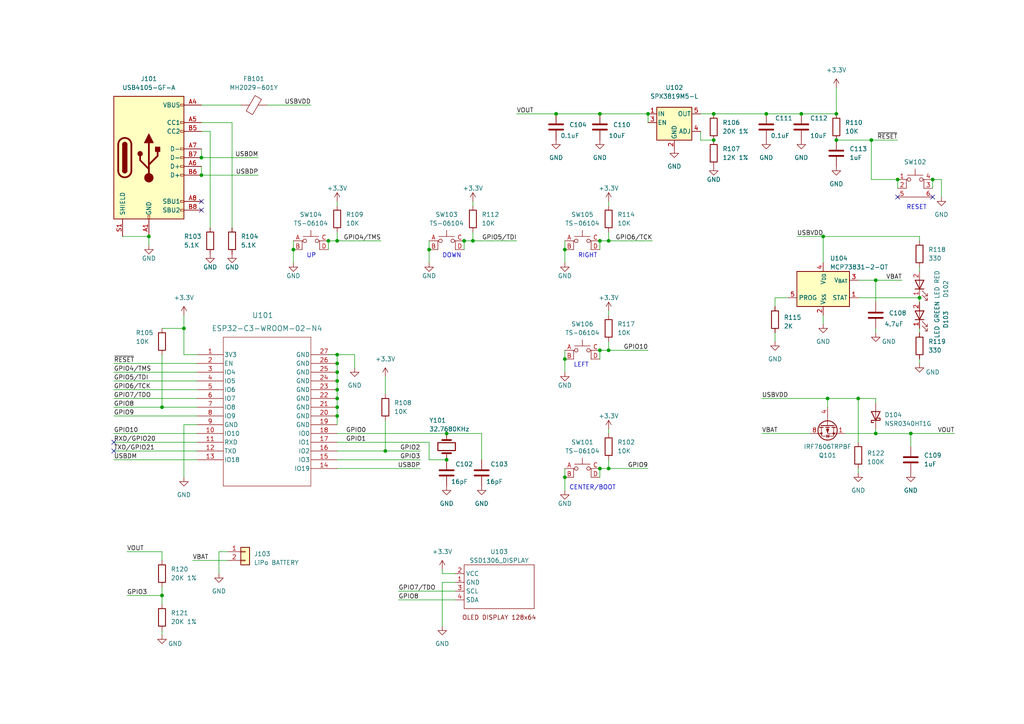
<source format=kicad_sch>
(kicad_sch (version 20230121) (generator eeschema)
  (paper "A4")
  (title_block (title "WAKEPCBOX") (date "2023-12-31") (rev "Rev1") (company "HNZ") (comment 1 "Licensed under CC-BY-SA V4.0") (comment 2 "(C) 2023 Hiroshi Nakajima <hnakamiru1103@gmail.com>"))
  (lib_symbols
    (symbol "Battery_Management:MCP73831-2-OT"
      (property "Reference" "U" (at -7.62 6.35 0))
      (property "Value" "MCP73831-2-OT" (at 1.27 6.35 0))
      (symbol "MCP73831-2-OT_0_1"
        (rectangle (start -7.62 5.08) (end 7.62 -5.08) (stroke (width 0.254)) (fill (type background)))
      )
      (symbol "MCP73831-2-OT_1_1"
        (pin output line (at 10.16 -2.54 180) (length 2.54) (name "STAT") (number "1"))
        (pin power_in line (at 0 -7.62 90) (length 2.54) (name "V_{SS}") (number "2"))
        (pin power_out line (at 10.16 2.54 180) (length 2.54) (name "V_{BAT}") (number "3"))
        (pin power_in line (at 0 7.62 270) (length 2.54) (name "V_{DD}") (number "4"))
        (pin input line (at -10.16 -2.54 0) (length 2.54) (name "PROG") (number "5"))
      )
    )
    (symbol "Connector_Generic:Conn_01x02" (pin_names (offset 1.016) hide)
      (property "Reference" "J" (at 0 2.54 0))
      (property "Value" "Conn_01x02" (at 0 -5.08 0))
      (symbol "Conn_01x02_1_1"
        (rectangle (start -1.27 -2.413) (end 0 -2.667) (stroke (width 0.1524)))
        (rectangle (start -1.27 0.127) (end 0 -0.127) (stroke (width 0.1524)))
        (rectangle (start -1.27 1.27) (end 1.27 -3.81) (stroke (width 0.254)) (fill (type background)))
        (pin passive line (at -5.08 0 0) (length 3.81) (name "Pin_1") (number "1"))
        (pin passive line (at -5.08 -2.54 0) (length 3.81) (name "Pin_2") (number "2"))
      )
    )
    (symbol "Device:C" (pin_numbers hide) (pin_names (offset 0.254))
      (property "Reference" "C" (at 0.635 2.54 0))
      (property "Value" "C" (at 0.635 -2.54 0))
      (symbol "C_0_1"
        (polyline (pts (xy -2.032 -0.762) (xy 2.032 -0.762)) (stroke (width 0.508)))
        (polyline (pts (xy -2.032 0.762) (xy 2.032 0.762)) (stroke (width 0.508)))
      )
      (symbol "C_1_1"
        (pin passive line (at 0 3.81 270) (length 2.794) (name "~") (number "1"))
        (pin passive line (at 0 -3.81 90) (length 2.794) (name "~") (number "2"))
      )
    )
    (symbol "Device:FerriteBead" (pin_numbers hide) (pin_names (offset 0))
      (property "Reference" "FB" (at -3.81 0.635 90))
      (property "Value" "FerriteBead" (at 3.81 0 90))
      (symbol "FerriteBead_0_1"
        (polyline (pts (xy 0 -1.27) (xy 0 -1.2192)))
        (polyline (pts (xy 0 1.27) (xy 0 1.2954)))
        (polyline (pts (xy -2.7686 0.4064) (xy -1.7018 2.2606) (xy 2.7686 -0.3048) (xy 1.6764 -2.159) (xy -2.7686 0.4064)))
      )
      (symbol "FerriteBead_1_1"
        (pin passive line (at 0 3.81 270) (length 2.54) (name "~") (number "1"))
        (pin passive line (at 0 -3.81 90) (length 2.54) (name "~") (number "2"))
      )
    )
    (symbol "Device:LED" (pin_names (offset 1.016) hide)
      (property "Reference" "D" (at 0 2.54 0))
      (property "Value" "LED" (at 0 -2.54 0))
      (symbol "LED_0_1"
        (polyline (pts (xy -1.27 -1.27) (xy -1.27 1.27)) (stroke (width 0.254)))
        (polyline (pts (xy -1.27 0) (xy 1.27 0)))
        (polyline (pts (xy 1.27 -1.27) (xy 1.27 1.27) (xy -1.27 0) (xy 1.27 -1.27)) (stroke (width 0.254)))
        (polyline (pts (xy -3.048 -0.762) (xy -4.572 -2.286) (xy -3.81 -2.286) (xy -4.572 -2.286) (xy -4.572 -1.524)))
        (polyline (pts (xy -1.778 -0.762) (xy -3.302 -2.286) (xy -2.54 -2.286) (xy -3.302 -2.286) (xy -3.302 -1.524)))
      )
      (symbol "LED_1_1"
        (pin passive line (at -3.81 0 0) (length 2.54) (name "K") (number "1"))
        (pin passive line (at 3.81 0 180) (length 2.54) (name "A") (number "2"))
      )
    )
    (symbol "Device:R" (pin_numbers hide) (pin_names (offset 0))
      (property "Reference" "R" (at 2.032 0 90))
      (property "Value" "R" (at 0 0 90))
      (symbol "R_0_1"
        (rectangle (start -1.016 -2.54) (end 1.016 2.54) (stroke (width 0.254)))
      )
      (symbol "R_1_1"
        (pin passive line (at 0 3.81 270) (length 1.27) (name "~") (number "1"))
        (pin passive line (at 0 -3.81 90) (length 1.27) (name "~") (number "2"))
      )
    )
    (symbol "Diode:NSR0340HT1G" (pin_numbers hide) (pin_names (offset 1.016) hide)
      (property "Reference" "D" (at 0 2.54 0))
      (property "Value" "NSR0340HT1G" (at 0 -2.54 0))
      (symbol "NSR0340HT1G_0_1"
        (polyline (pts (xy 1.27 0) (xy -1.27 0)))
        (polyline (pts (xy 1.27 1.27) (xy 1.27 -1.27) (xy -1.27 0) (xy 1.27 1.27)) (stroke (width 0.254)))
        (polyline (pts (xy -1.905 0.635) (xy -1.905 1.27) (xy -1.27 1.27) (xy -1.27 -1.27) (xy -0.635 -1.27) (xy -0.635 -0.635)) (stroke (width 0.254)))
      )
      (symbol "NSR0340HT1G_1_1"
        (pin passive line (at -3.81 0 0) (length 2.54) (name "K") (number "1"))
        (pin passive line (at 3.81 0 180) (length 2.54) (name "A") (number "2"))
      )
    )
    (symbol "Regulator_Linear:SPX3819M5-L" (pin_names (offset 0.254))
      (property "Reference" "U" (at -3.81 5.715 0))
      (property "Value" "SPX3819M5-L" (at 0 5.715 0))
      (symbol "SPX3819M5-L_0_1"
        (rectangle (start -5.08 4.445) (end 5.08 -5.08) (stroke (width 0.254)) (fill (type background)))
      )
      (symbol "SPX3819M5-L_1_1"
        (pin power_in line (at -7.62 2.54 0) (length 2.54) (name "IN") (number "1"))
        (pin power_in line (at 0 -7.62 90) (length 2.54) (name "GND") (number "2"))
        (pin input line (at -7.62 0 0) (length 2.54) (name "EN") (number "3"))
        (pin input line (at 7.62 -2.54 180) (length 2.54) (name "ADJ") (number "4"))
        (pin power_out line (at 7.62 2.54 180) (length 2.54) (name "OUT") (number "5"))
      )
    )
    (symbol "power:+3.3V" (power) (pin_names (offset 0))
      (property "Value" "+3.3V" (at 0 3.556 0))
      (symbol "+3.3V_0_1"
        (polyline (pts (xy -0.762 1.27) (xy 0 2.54)))
        (polyline (pts (xy 0 0) (xy 0 2.54)))
        (polyline (pts (xy 0 2.54) (xy 0.762 1.27)))
      )
      (symbol "+3.3V_1_1"
        (pin power_in line (at 0 0 90) (length 0) hide (name "+3.3V") (number "1"))
      )
    )
    (symbol "power:GND" (power) (pin_numbers hide) (pin_names (offset 0) hide)
      (property "Value" "GND" (at 0 -3.81 0))
      (symbol "GND_0_1"
        (polyline (pts (xy 0 0) (xy 0 -1.27) (xy 1.27 -1.27) (xy 0 -2.54) (xy -1.27 -1.27) (xy 0 -1.27)))
      )
      (symbol "GND_1_1"
        (pin power_in line (at 0 0 270) (length 0) hide (name "GND") (number "1"))
      )
    )
    (symbol "tbctl:0R" (pin_numbers hide) (pin_names (offset 0))
      (property "Reference" "R" (at 2.032 0 90))
      (property "Value" "0R" (at 0 0 90))
      (symbol "0R_0_1"
        (rectangle (start -1.016 -2.54) (end 1.016 2.54) (stroke (width 0.254)))
      )
      (symbol "0R_1_1"
        (pin passive line (at 0 3.81 270) (length 1.27) (name "~") (number "1"))
        (pin passive line (at 0 -3.81 90) (length 1.27) (name "~") (number "2"))
      )
    )
    (symbol "tbctl:3.5x2.6 Tact SW" (pin_names (offset 1.016) hide)
      (property "Reference" "SW" (at 0.635 5.715 0))
      (symbol "3.5x2.6 Tact SW_0_1"
        (circle (center -1.778 2.54) (radius 0.508))
        (polyline (pts (xy -2.54 -2.54) (xy 2.54 -2.54)))
        (polyline (pts (xy -2.286 3.81) (xy 2.286 3.81)))
        (polyline (pts (xy 0 3.81) (xy 0 5.588)))
        (polyline (pts (xy -2.54 0) (xy -2.54 2.54) (xy -2.286 2.54)))
        (polyline (pts (xy 2.54 0) (xy 2.54 2.54) (xy 2.286 2.54)))
        (circle (center 1.778 2.54) (radius 0.508))
        (pin passive line (at -5.08 2.54 0) (length 2.54) (name "1") (number "1"))
        (pin passive line (at -5.08 0 0) (length 2.54) (name "2") (number "2"))
        (pin passive line (at 5.08 0 180) (length 2.54) (name "K") (number "3"))
        (pin passive line (at 5.08 2.54 180) (length 2.54) (name "A") (number "4"))
        (pin passive line (at -5.08 -2.54 0) (length 2.54) (name "5") (number "5"))
        (pin passive line (at 5.08 -2.54 180) (length 2.54) (name "6") (number "6"))
      )
    )
    (symbol "tbctl:32.7680KHz" (pin_numbers hide) (pin_names (offset 1.016) hide)
      (property "Reference" "Y" (at 0 3.81 0))
      (property "Value" "32.7680KHz" (at 0 -3.81 0))
      (property "digikey" "2151-RT3215-32.768-12.5-TRCT-ND" (at 0 0 0))
      (symbol "32.7680KHz_0_1"
        (rectangle (start -1.143 2.54) (end 1.143 -2.54) (stroke (width 0.3048)))
        (polyline (pts (xy -2.54 0) (xy -1.905 0)))
        (polyline (pts (xy -1.905 -1.27) (xy -1.905 1.27)) (stroke (width 0.508)))
        (polyline (pts (xy 1.905 -1.27) (xy 1.905 1.27)) (stroke (width 0.508)))
        (polyline (pts (xy 2.54 0) (xy 1.905 0)))
      )
      (symbol "32.7680KHz_1_1"
        (pin passive line (at -3.81 0 0) (length 1.27) (name "1") (number "1"))
        (pin passive line (at 3.81 0 180) (length 1.27) (name "2") (number "2"))
      )
    )
    (symbol "tbctl:ESP32-C3-WROOM-02-N4" (pin_names (offset 0.254))
      (property "Reference" "U" (at 20.32 10.16 0))
      (property "Value" "ESP32-C3-WROOM-02-N4" (at 20.32 7.62 0))
      (symbol "ESP32-C3-WROOM-02-N4_0_1"
        (polyline (pts (xy 7.62 -38.1) (xy 33.02 -38.1)) (stroke (width 0.127)))
        (polyline (pts (xy 7.62 5.08) (xy 7.62 -38.1)) (stroke (width 0.127)))
        (polyline (pts (xy 33.02 -38.1) (xy 33.02 5.08)) (stroke (width 0.127)))
        (polyline (pts (xy 33.02 5.08) (xy 7.62 5.08)) (stroke (width 0.127)))
        (pin power_in line (at 0 0 0) (length 7.62) (name "3V3") (number "1"))
        (pin bidirectional line (at 0 -22.86 0) (length 7.62) (name "IO10") (number "10"))
        (pin passive line (at 0 -25.4 0) (length 7.62) (name "RXD") (number "11"))
        (pin passive line (at 0 -27.94 0) (length 7.62) (name "TXD") (number "12"))
        (pin bidirectional line (at 0 -30.48 0) (length 7.62) (name "IO18") (number "13"))
        (pin bidirectional line (at 40.64 -33.02 180) (length 7.62) (name "IO19") (number "14"))
        (pin bidirectional line (at 40.64 -30.48 180) (length 7.62) (name "IO3") (number "15"))
        (pin bidirectional line (at 40.64 -27.94 180) (length 7.62) (name "IO2") (number "16"))
        (pin bidirectional line (at 40.64 -25.4 180) (length 7.62) (name "IO1") (number "17"))
        (pin bidirectional line (at 40.64 -22.86 180) (length 7.62) (name "IO0") (number "18"))
        (pin power_in line (at 40.64 -20.32 180) (length 7.62) (name "GND") (number "19"))
        (pin passive line (at 0 -2.54 0) (length 7.62) (name "EN") (number "2"))
        (pin power_in line (at 40.64 -17.78 180) (length 7.62) (name "GND") (number "20"))
        (pin power_in line (at 40.64 -15.24 180) (length 7.62) (name "GND") (number "21"))
        (pin power_in line (at 40.64 -12.7 180) (length 7.62) (name "GND") (number "22"))
        (pin power_in line (at 40.64 -10.16 180) (length 7.62) (name "GND") (number "23"))
        (pin power_in line (at 40.64 -7.62 180) (length 7.62) (name "GND") (number "24"))
        (pin power_in line (at 40.64 -5.08 180) (length 7.62) (name "GND") (number "25"))
        (pin power_in line (at 40.64 -2.54 180) (length 7.62) (name "GND") (number "26"))
        (pin power_in line (at 40.64 0 180) (length 7.62) (name "GND") (number "27"))
        (pin bidirectional line (at 0 -5.08 0) (length 7.62) (name "IO4") (number "3"))
        (pin bidirectional line (at 0 -7.62 0) (length 7.62) (name "IO5") (number "4"))
        (pin bidirectional line (at 0 -10.16 0) (length 7.62) (name "IO6") (number "5"))
        (pin bidirectional line (at 0 -12.7 0) (length 7.62) (name "IO7") (number "6"))
        (pin bidirectional line (at 0 -15.24 0) (length 7.62) (name "IO8") (number "7"))
        (pin bidirectional line (at 0 -17.78 0) (length 7.62) (name "IO9") (number "8"))
        (pin power_in line (at 0 -20.32 0) (length 7.62) (name "GND") (number "9"))
      )
    )
    (symbol "tbctl:IRF7606PBF" (pin_names hide)
      (property "Reference" "Q" (at 5.08 1.905 0))
      (property "Value" "IRF7606PBF" (at 5.08 0 0))
      (symbol "IRF7606PBF_0_1"
        (polyline (pts (xy 0.254 0) (xy -2.54 0)))
        (polyline (pts (xy 0.254 1.905) (xy 0.254 -1.905)) (stroke (width 0.254)))
        (polyline (pts (xy 0.762 -1.27) (xy 0.762 -2.286)) (stroke (width 0.254)))
        (polyline (pts (xy 0.762 0.508) (xy 0.762 -0.508)) (stroke (width 0.254)))
        (polyline (pts (xy 0.762 2.286) (xy 0.762 1.27)) (stroke (width 0.254)))
        (polyline (pts (xy 2.54 2.54) (xy 2.54 1.778)))
        (polyline (pts (xy 2.54 -2.54) (xy 2.54 0) (xy 0.762 0)))
        (polyline (pts (xy 0.762 1.778) (xy 3.302 1.778) (xy 3.302 -1.778) (xy 0.762 -1.778)))
        (polyline (pts (xy 2.286 0) (xy 1.27 0.381) (xy 1.27 -0.381) (xy 2.286 0)) (fill (type outline)))
        (polyline (pts (xy 2.794 -0.508) (xy 2.921 -0.381) (xy 3.683 -0.381) (xy 3.81 -0.254)))
        (polyline (pts (xy 3.302 -0.381) (xy 2.921 0.254) (xy 3.683 0.254) (xy 3.302 -0.381)))
        (circle (center 1.651 0) (radius 2.794) (stroke (width 0.254)))
        (circle (center 2.54 -1.778) (radius 0.254) (fill (type outline)))
        (circle (center 2.54 1.778) (radius 0.254) (fill (type outline)))
      )
      (symbol "IRF7606PBF_1_1"
        (pin passive line (at 2.54 -5.08 90) (length 2.54) (name "S") (number "1"))
        (pin passive line (at 2.54 -5.08 90) (length 2.54) hide (name "S") (number "2"))
        (pin passive line (at 2.54 -5.08 90) (length 2.54) hide (name "S") (number "3"))
        (pin passive line (at -5.08 0 0) (length 2.54) (name "G") (number "4"))
        (pin passive line (at 2.54 5.08 270) (length 2.54) hide (name "D") (number "5"))
        (pin passive line (at 2.54 5.08 270) (length 2.54) hide (name "D") (number "6"))
        (pin passive line (at 2.54 5.08 270) (length 2.54) hide (name "D") (number "7"))
        (pin passive line (at 2.54 5.08 270) (length 2.54) (name "D") (number "8"))
      )
    )
    (symbol "tbctl:SSD1306_DISPLAY"
      (property "Reference" "U" (at -3.048 8.636 0))
      (property "Value" "SSD1306_DISPLAY" (at 0 0 0))
      (symbol "SSD1306_DISPLAY_0_1"
        (rectangle (start -10.16 7.62) (end 10.16 -5.08))
      )
      (symbol "SSD1306_DISPLAY_1_1"
        (text "OLED DISPLAY 128x64" (at 0 -7.62 0) (effects (font (size 1.27 1.27))))
        (pin power_in line (at -12.7 2.54 0) (length 2.54) (name "GND") (number "1"))
        (pin power_in line (at -12.7 5.08 0) (length 2.54) (name "VCC") (number "2"))
        (pin passive line (at -12.7 0 0) (length 2.54) (name "SCL") (number "3"))
        (pin passive line (at -12.7 -2.54 0) (length 2.54) (name "SDA") (number "4"))
      )
    )
    (symbol "tbctl:TS-06104" (pin_names (offset 1.016) hide)
      (property "Reference" "SW" (at 0.635 5.715 0))
      (property "Value" "TS-06104" (at 0 -3.175 0))
      (symbol "TS-06104_0_1"
        (circle (center -1.778 2.54) (radius 0.508))
        (polyline (pts (xy -2.286 3.81) (xy 2.286 3.81)))
        (polyline (pts (xy 0 3.81) (xy 0 5.588)))
        (polyline (pts (xy -2.54 0) (xy -2.54 2.54) (xy -2.286 2.54)))
        (polyline (pts (xy 2.54 0) (xy 2.54 2.54) (xy 2.286 2.54)))
        (circle (center 1.778 2.54) (radius 0.508))
        (pin passive line (at -5.08 2.54 0) (length 2.54) (name "A") (number "A"))
        (pin passive line (at -5.08 0 0) (length 2.54) (name "B") (number "B"))
        (pin passive line (at 5.08 2.54 180) (length 2.54) (name "C") (number "C"))
        (pin passive line (at 5.08 0 180) (length 2.54) (name "D") (number "D"))
      )
    )
    (symbol "tbctl:USB_C_Receptacle_USB2.0_5077CR" (pin_names (offset 1.016))
      (property "Reference" "J" (at -10.16 19.05 0))
      (property "Value" "USB_C_Receptacle_USB2.0_5077CR" (at 19.05 19.05 0))
      (symbol "USB_C_Receptacle_USB2.0_5077CR_0_0"
        (rectangle (start -0.254 -17.78) (end 0.254 -16.764))
        (rectangle (start 10.16 -14.986) (end 9.144 -15.494))
        (rectangle (start 10.16 -12.446) (end 9.144 -12.954))
        (rectangle (start 10.16 -4.826) (end 9.144 -5.334))
        (rectangle (start 10.16 -2.286) (end 9.144 -2.794))
        (rectangle (start 10.16 0.254) (end 9.144 -0.254))
        (rectangle (start 10.16 2.794) (end 9.144 2.286))
        (rectangle (start 10.16 7.874) (end 9.144 7.366))
        (rectangle (start 10.16 10.414) (end 9.144 9.906))
        (rectangle (start 10.16 15.494) (end 9.144 14.986))
      )
      (symbol "USB_C_Receptacle_USB2.0_5077CR_0_1"
        (rectangle (start -10.16 17.78) (end 10.16 -17.78) (stroke (width 0.254)) (fill (type background)))
        (arc (start -8.89 -3.81) (mid -6.985 -5.7067) (end -5.08 -3.81) (stroke (width 0.508)))
        (arc (start -7.62 -3.81) (mid -6.985 -4.4423) (end -6.35 -3.81) (stroke (width 0.254)))
        (arc (start -7.62 -3.81) (mid -6.985 -4.4423) (end -6.35 -3.81) (stroke (width 0.254)) (fill (type outline)))
        (rectangle (start -7.62 -3.81) (end -6.35 3.81) (stroke (width 0.254)) (fill (type outline)))
        (arc (start -6.35 3.81) (mid -6.985 4.4423) (end -7.62 3.81) (stroke (width 0.254)))
        (arc (start -6.35 3.81) (mid -6.985 4.4423) (end -7.62 3.81) (stroke (width 0.254)) (fill (type outline)))
        (arc (start -5.08 3.81) (mid -6.985 5.7067) (end -8.89 3.81) (stroke (width 0.508)))
        (circle (center -2.54 1.143) (radius 0.635) (stroke (width 0.254)) (fill (type outline)))
        (circle (center 0 -5.842) (radius 1.27) (fill (type outline)))
        (polyline (pts (xy -8.89 -3.81) (xy -8.89 3.81)) (stroke (width 0.508)))
        (polyline (pts (xy -5.08 3.81) (xy -5.08 -3.81)) (stroke (width 0.508)))
        (polyline (pts (xy 0 -5.842) (xy 0 4.318)) (stroke (width 0.508)))
        (polyline (pts (xy 0 -3.302) (xy -2.54 -0.762) (xy -2.54 0.508)) (stroke (width 0.508)))
        (polyline (pts (xy 0 -2.032) (xy 2.54 0.508) (xy 2.54 1.778)) (stroke (width 0.508)))
        (polyline (pts (xy -1.27 4.318) (xy 0 6.858) (xy 1.27 4.318) (xy -1.27 4.318)) (stroke (width 0.254)) (fill (type outline)))
        (rectangle (start 1.905 1.778) (end 3.175 3.048) (stroke (width 0.254)) (fill (type outline)))
      )
      (symbol "USB_C_Receptacle_USB2.0_5077CR_1_1"
        (pin passive line (at 0 -22.86 90) (length 5.08) (name "GND") (number "A1"))
        (pin passive line (at 0 -22.86 90) (length 5.08) hide (name "GND") (number "A12"))
        (pin passive line (at 15.24 15.24 180) (length 5.08) (name "VBUS") (number "A4"))
        (pin bidirectional line (at 15.24 10.16 180) (length 5.08) (name "CC1") (number "A5"))
        (pin bidirectional line (at 15.24 -2.54 180) (length 5.08) (name "D+") (number "A6"))
        (pin bidirectional line (at 15.24 2.54 180) (length 5.08) (name "D-") (number "A7"))
        (pin bidirectional line (at 15.24 -12.7 180) (length 5.08) (name "SBU1") (number "A8"))
        (pin passive line (at 15.24 15.24 180) (length 5.08) hide (name "VBUS") (number "A9"))
        (pin passive line (at 0 -22.86 90) (length 5.08) hide (name "GND") (number "B1"))
        (pin passive line (at 0 -22.86 90) (length 5.08) hide (name "GND") (number "B12"))
        (pin passive line (at 15.24 15.24 180) (length 5.08) hide (name "VBUS") (number "B4"))
        (pin bidirectional line (at 15.24 7.62 180) (length 5.08) (name "CC2") (number "B5"))
        (pin bidirectional line (at 15.24 -5.08 180) (length 5.08) (name "D+") (number "B6"))
        (pin bidirectional line (at 15.24 0 180) (length 5.08) (name "D-") (number "B7"))
        (pin bidirectional line (at 15.24 -15.24 180) (length 5.08) (name "SBU2") (number "B8"))
        (pin passive line (at 15.24 15.24 180) (length 5.08) hide (name "VBUS") (number "B9"))
        (pin passive line (at -7.62 -22.86 90) (length 5.08) (name "SHIELD") (number "S1"))
      )
    )
  )
  (junction (at 260.35 52.07))
  (junction (at 242.57 33.02))
  (junction (at 129.54 133.35))
  (junction (at 97.79 120.65))
  (junction (at 111.76 130.81))
  (junction (at 207.01 33.02))
  (junction (at 161.29 33.02))
  (junction (at 97.79 110.49))
  (junction (at 238.76 68.58))
  (junction (at 222.25 33.02))
  (junction (at 173.99 101.6))
  (junction (at 46.99 118.11))
  (junction (at 124.46 72.39))
  (junction (at 58.42 50.8))
  (junction (at 254 81.28))
  (junction (at 242.57 40.64))
  (junction (at 163.83 104.14))
  (junction (at 173.99 69.85))
  (junction (at 254 125.73))
  (junction (at 187.96 33.02))
  (junction (at 137.16 69.85))
  (junction (at 97.79 113.03))
  (junction (at 163.83 138.43))
  (junction (at 176.53 135.89))
  (junction (at 134.62 69.85))
  (junction (at 266.7 86.36))
  (junction (at 176.53 69.85))
  (junction (at 240.03 115.57))
  (junction (at 270.51 52.07))
  (junction (at 97.79 115.57))
  (junction (at 176.53 101.6))
  (junction (at 97.79 118.11))
  (junction (at 173.99 33.02))
  (junction (at 232.41 33.02))
  (junction (at 129.54 125.73))
  (junction (at 95.25 69.85))
  (junction (at 85.09 72.39))
  (junction (at 97.79 69.85))
  (junction (at 163.83 72.39))
  (junction (at 53.34 95.25))
  (junction (at 248.92 115.57))
  (junction (at 207.01 40.64))
  (junction (at 97.79 102.87))
  (junction (at 97.79 107.95))
  (junction (at 58.42 45.72))
  (junction (at 252.73 40.64))
  (junction (at 46.99 172.72))
  (junction (at 173.99 135.89))
  (junction (at 97.79 105.41))
  (junction (at 43.18 68.58))
  (junction (at 264.16 125.73))
  (no_connect (at 33.02 128.27))
  (no_connect (at 260.35 57.15))
  (no_connect (at 270.51 57.15))
  (no_connect (at 33.02 130.81))
  (no_connect (at 58.42 60.96))
  (no_connect (at 58.42 58.42))
  (wire (pts (xy 36.83 172.72) (xy 46.99 172.72)))
  (wire (pts (xy 33.02 125.73) (xy 57.15 125.73)))
  (wire (pts (xy 66.04 160.02) (xy 63.5 160.02)))
  (wire (pts (xy 46.99 102.87) (xy 46.99 118.11)))
  (wire (pts (xy 46.99 172.72) (xy 46.99 175.26)))
  (wire (pts (xy 176.53 69.85) (xy 189.23 69.85)))
  (wire (pts (xy 176.53 133.35) (xy 176.53 135.89)))
  (wire (pts (xy 128.27 168.91) (xy 128.27 181.61)))
  (wire (pts (xy 149.86 33.02) (xy 161.29 33.02)))
  (wire (pts (xy 33.02 115.57) (xy 57.15 115.57)))
  (wire (pts (xy 97.79 135.89) (xy 121.92 135.89)))
  (wire (pts (xy 231.14 68.58) (xy 238.76 68.58)))
  (wire (pts (xy 238.76 68.58) (xy 266.7 68.58)))
  (wire (pts (xy 58.42 38.1) (xy 60.96 38.1)))
  (wire (pts (xy 46.99 170.18) (xy 46.99 172.72)))
  (wire (pts (xy 97.79 107.95) (xy 97.79 110.49)))
  (wire (pts (xy 57.15 123.19) (xy 53.34 123.19)))
  (wire (pts (xy 97.79 125.73) (xy 129.54 125.73)))
  (wire (pts (xy 55.88 162.56) (xy 66.04 162.56)))
  (wire (pts (xy 111.76 130.81) (xy 121.92 130.81)))
  (wire (pts (xy 222.25 33.02) (xy 232.41 33.02)))
  (wire (pts (xy 224.79 96.52) (xy 224.79 99.06)))
  (wire (pts (xy 173.99 69.85) (xy 176.53 69.85)))
  (wire (pts (xy 264.16 125.73) (xy 276.86 125.73)))
  (wire (pts (xy 33.02 113.03) (xy 57.15 113.03)))
  (wire (pts (xy 163.83 101.6) (xy 163.83 104.14)))
  (wire (pts (xy 33.02 133.35) (xy 57.15 133.35)))
  (wire (pts (xy 176.53 58.42) (xy 176.53 59.69)))
  (wire (pts (xy 97.79 133.35) (xy 121.92 133.35)))
  (wire (pts (xy 176.53 90.17) (xy 176.53 91.44)))
  (wire (pts (xy 264.16 125.73) (xy 264.16 129.54)))
  (wire (pts (xy 33.02 110.49) (xy 57.15 110.49)))
  (wire (pts (xy 260.35 52.07) (xy 260.35 54.61)))
  (wire (pts (xy 33.02 105.41) (xy 57.15 105.41)))
  (wire (pts (xy 270.51 52.07) (xy 270.51 54.61)))
  (wire (pts (xy 254 116.84) (xy 254 115.57)))
  (wire (pts (xy 67.31 35.56) (xy 67.31 66.04)))
  (wire (pts (xy 176.53 124.46) (xy 176.53 125.73)))
  (wire (pts (xy 128.27 165.1) (xy 128.27 166.37)))
  (wire (pts (xy 33.02 120.65) (xy 57.15 120.65)))
  (wire (pts (xy 248.92 115.57) (xy 248.92 128.27)))
  (wire (pts (xy 128.27 166.37) (xy 132.08 166.37)))
  (wire (pts (xy 173.99 135.89) (xy 173.99 138.43)))
  (wire (pts (xy 248.92 81.28) (xy 254 81.28)))
  (wire (pts (xy 95.25 69.85) (xy 97.79 69.85)))
  (wire (pts (xy 273.05 57.15) (xy 273.05 52.07)))
  (wire (pts (xy 53.34 123.19) (xy 53.34 138.43)))
  (wire (pts (xy 97.79 130.81) (xy 111.76 130.81)))
  (wire (pts (xy 254 81.28) (xy 254 87.63)))
  (wire (pts (xy 266.7 104.14) (xy 266.7 105.41)))
  (wire (pts (xy 97.79 67.31) (xy 97.79 69.85)))
  (wire (pts (xy 134.62 69.85) (xy 137.16 69.85)))
  (wire (pts (xy 176.53 99.06) (xy 176.53 101.6)))
  (wire (pts (xy 97.79 120.65) (xy 97.79 123.19)))
  (wire (pts (xy 242.57 25.4) (xy 242.57 33.02)))
  (wire (pts (xy 85.09 72.39) (xy 85.09 76.2)))
  (wire (pts (xy 46.99 118.11) (xy 57.15 118.11)))
  (wire (pts (xy 173.99 33.02) (xy 187.96 33.02)))
  (wire (pts (xy 248.92 115.57) (xy 240.03 115.57)))
  (wire (pts (xy 85.09 69.85) (xy 85.09 72.39)))
  (wire (pts (xy 124.46 133.35) (xy 129.54 133.35)))
  (wire (pts (xy 207.01 33.02) (xy 222.25 33.02)))
  (wire (pts (xy 238.76 68.58) (xy 238.76 76.2)))
  (wire (pts (xy 111.76 109.22) (xy 111.76 114.3)))
  (wire (pts (xy 57.15 102.87) (xy 53.34 102.87)))
  (wire (pts (xy 46.99 182.88) (xy 46.99 184.15)))
  (wire (pts (xy 238.76 91.44) (xy 238.76 93.98)))
  (wire (pts (xy 176.53 135.89) (xy 187.96 135.89)))
  (wire (pts (xy 111.76 121.92) (xy 111.76 130.81)))
  (wire (pts (xy 58.42 30.48) (xy 69.85 30.48)))
  (wire (pts (xy 228.6 86.36) (xy 224.79 86.36)))
  (wire (pts (xy 242.57 40.64) (xy 252.73 40.64)))
  (wire (pts (xy 173.99 69.85) (xy 173.99 72.39)))
  (wire (pts (xy 46.99 95.25) (xy 53.34 95.25)))
  (wire (pts (xy 240.03 118.11) (xy 240.03 115.57)))
  (wire (pts (xy 137.16 67.31) (xy 137.16 69.85)))
  (wire (pts (xy 97.79 105.41) (xy 97.79 107.95)))
  (wire (pts (xy 77.47 30.48) (xy 90.17 30.48)))
  (wire (pts (xy 97.79 102.87) (xy 102.87 102.87)))
  (wire (pts (xy 137.16 58.42) (xy 137.16 59.69)))
  (wire (pts (xy 245.11 125.73) (xy 254 125.73)))
  (wire (pts (xy 163.83 135.89) (xy 163.83 138.43)))
  (wire (pts (xy 137.16 69.85) (xy 149.86 69.85)))
  (wire (pts (xy 266.7 95.25) (xy 266.7 96.52)))
  (wire (pts (xy 252.73 40.64) (xy 252.73 52.07)))
  (wire (pts (xy 163.83 69.85) (xy 163.83 72.39)))
  (wire (pts (xy 139.7 125.73) (xy 139.7 133.35)))
  (wire (pts (xy 264.16 125.73) (xy 254 125.73)))
  (wire (pts (xy 95.25 102.87) (xy 97.79 102.87)))
  (wire (pts (xy 33.02 130.81) (xy 57.15 130.81)))
  (wire (pts (xy 97.79 128.27) (xy 124.46 128.27)))
  (wire (pts (xy 53.34 91.44) (xy 53.34 95.25)))
  (wire (pts (xy 134.62 69.85) (xy 134.62 72.39)))
  (wire (pts (xy 254 124.46) (xy 254 125.73)))
  (wire (pts (xy 240.03 115.57) (xy 220.98 115.57)))
  (wire (pts (xy 63.5 160.02) (xy 63.5 166.37)))
  (wire (pts (xy 129.54 125.73) (xy 139.7 125.73)))
  (wire (pts (xy 203.2 40.64) (xy 207.01 40.64)))
  (wire (pts (xy 273.05 52.07) (xy 270.51 52.07)))
  (wire (pts (xy 252.73 40.64) (xy 260.35 40.64)))
  (wire (pts (xy 33.02 118.11) (xy 46.99 118.11)))
  (wire (pts (xy 35.56 68.58) (xy 43.18 68.58)))
  (wire (pts (xy 163.83 72.39) (xy 163.83 76.2)))
  (wire (pts (xy 254 95.25) (xy 254 96.52)))
  (wire (pts (xy 97.79 113.03) (xy 97.79 115.57)))
  (wire (pts (xy 58.42 43.18) (xy 58.42 45.72)))
  (wire (pts (xy 203.2 38.1) (xy 203.2 40.64)))
  (wire (pts (xy 163.83 138.43) (xy 163.83 142.24)))
  (wire (pts (xy 248.92 135.89) (xy 248.92 137.16)))
  (wire (pts (xy 161.29 33.02) (xy 173.99 33.02)))
  (wire (pts (xy 58.42 35.56) (xy 67.31 35.56)))
  (wire (pts (xy 33.02 128.27) (xy 57.15 128.27)))
  (wire (pts (xy 248.92 86.36) (xy 266.7 86.36)))
  (wire (pts (xy 43.18 71.12) (xy 43.18 68.58)))
  (wire (pts (xy 97.79 102.87) (xy 97.79 105.41)))
  (wire (pts (xy 266.7 77.47) (xy 266.7 78.74)))
  (wire (pts (xy 132.08 168.91) (xy 128.27 168.91)))
  (wire (pts (xy 115.57 173.99) (xy 132.08 173.99)))
  (wire (pts (xy 124.46 128.27) (xy 124.46 133.35)))
  (wire (pts (xy 102.87 102.87) (xy 102.87 106.68)))
  (wire (pts (xy 176.53 101.6) (xy 187.96 101.6)))
  (wire (pts (xy 252.73 52.07) (xy 260.35 52.07)))
  (wire (pts (xy 36.83 160.02) (xy 46.99 160.02)))
  (wire (pts (xy 97.79 115.57) (xy 97.79 118.11)))
  (wire (pts (xy 97.79 58.42) (xy 97.79 59.69)))
  (wire (pts (xy 97.79 69.85) (xy 110.49 69.85)))
  (wire (pts (xy 266.7 68.58) (xy 266.7 69.85)))
  (wire (pts (xy 60.96 38.1) (xy 60.96 66.04)))
  (wire (pts (xy 176.53 67.31) (xy 176.53 69.85)))
  (wire (pts (xy 173.99 101.6) (xy 173.99 104.14)))
  (wire (pts (xy 97.79 110.49) (xy 97.79 113.03)))
  (wire (pts (xy 58.42 45.72) (xy 74.93 45.72)))
  (wire (pts (xy 248.92 115.57) (xy 254 115.57)))
  (wire (pts (xy 46.99 160.02) (xy 46.99 162.56)))
  (wire (pts (xy 124.46 72.39) (xy 124.46 76.2)))
  (wire (pts (xy 115.57 171.45) (xy 132.08 171.45)))
  (wire (pts (xy 173.99 135.89) (xy 176.53 135.89)))
  (wire (pts (xy 266.7 87.63) (xy 266.7 86.36)))
  (wire (pts (xy 95.25 69.85) (xy 95.25 72.39)))
  (wire (pts (xy 232.41 33.02) (xy 242.57 33.02)))
  (wire (pts (xy 173.99 101.6) (xy 176.53 101.6)))
  (wire (pts (xy 220.98 125.73) (xy 234.95 125.73)))
  (wire (pts (xy 124.46 69.85) (xy 124.46 72.39)))
  (wire (pts (xy 58.42 48.26) (xy 58.42 50.8)))
  (wire (pts (xy 187.96 33.02) (xy 187.96 35.56)))
  (wire (pts (xy 224.79 86.36) (xy 224.79 88.9)))
  (wire (pts (xy 203.2 33.02) (xy 207.01 33.02)))
  (wire (pts (xy 58.42 50.8) (xy 74.93 50.8)))
  (wire (pts (xy 254 81.28) (xy 261.62 81.28)))
  (wire (pts (xy 97.79 118.11) (xy 97.79 120.65)))
  (wire (pts (xy 53.34 95.25) (xy 53.34 102.87)))
  (wire (pts (xy 163.83 104.14) (xy 163.83 107.95)))
  (wire (pts (xy 33.02 107.95) (xy 57.15 107.95)))
  (text "RIGHT" (at 167.64 74.93 0) (effects (font (size 1.27 1.27)) (justify left bottom)))
  (text "UP" (at 88.9 74.93 0) (effects (font (size 1.27 1.27)) (justify left bottom)))
  (text "LEFT" (at 166.37 106.68 0) (effects (font (size 1.27 1.27)) (justify left bottom)))
  (text "RESET" (at 262.89 60.96 0) (effects (font (size 1.27 1.27)) (justify left bottom)))
  (text "CENTER/BOOT" (at 165.1 142.24 0) (effects (font (size 1.27 1.27)) (justify left bottom)))
  (text "DOWN" (at 128.27 74.93 0) (effects (font (size 1.27 1.27)) (justify left bottom)))
  (label "GPIO9" (at 187.96 135.89 180))
  (label "VBAT" (at 55.88 162.56 0))
  (label "GPIO6{slash}TCK" (at 33.02 113.03 0))
  (label "~{RESET}" (at 260.35 40.64 180))
  (label "RXD{slash}GPIO20" (at 33.02 128.27 0))
  (label "GPIO10" (at 187.96 101.6 180))
  (label "VOUT" (at 276.86 125.73 180))
  (label "GPIO4{slash}TMS" (at 33.02 107.95 0))
  (label "VBAT" (at 220.98 125.73 0))
  (label "GPIO8" (at 33.02 118.11 0))
  (label "USBDM" (at 74.93 45.72 180))
  (label "USBVDD" (at 231.14 68.58 0))
  (label "GPIO4{slash}TMS" (at 110.49 69.85 180))
  (label "GPIO7{slash}TDO" (at 33.02 115.57 0))
  (label "VOUT" (at 149.86 33.02 0))
  (label "GPIO7{slash}TDO" (at 115.57 171.45 0))
  (label "USBVDD" (at 90.17 30.48 180))
  (label "VBAT" (at 261.62 81.28 180))
  (label "USBVDD" (at 220.98 115.57 0))
  (label "GPIO1" (at 100.33 128.27 0))
  (label "GPIO3" (at 121.92 133.35 180))
  (label "TXD{slash}GPIO21" (at 33.02 130.81 0))
  (label "GPIO5{slash}TDI" (at 33.02 110.49 0))
  (label "USBDM" (at 33.02 133.35 0))
  (label "GPIO10" (at 33.02 125.73 0))
  (label "GPIO3" (at 36.83 172.72 0))
  (label "GPIO8" (at 115.57 173.99 0))
  (label "USBDP" (at 74.93 50.8 180))
  (label "GPIO5{slash}TDI" (at 149.86 69.85 180))
  (label "GPIO6{slash}TCK" (at 189.23 69.85 180))
  (label "VOUT" (at 36.83 160.02 0))
  (label "GPIO2" (at 121.92 130.81 180))
  (label "GPIO9" (at 33.02 120.65 0))
  (label "GPIO0" (at 100.33 125.73 0))
  (label "~{RESET}" (at 33.02 105.41 0))
  (label "USBDP" (at 121.92 135.89 180))
  (symbol (lib_id "Device:C") (at 129.54 137.16 0) (unit 1)
    (property "Reference" "C102" (at 132.08 134.62 0) (effects (justify left)))
    (property "Value" "16pF" (at 130.81 139.7 0) (effects (justify left)))
    (property "Footprint" "Capacitor_SMD:C_0603_1608Metric_Pad1.08x0.95mm_HandSolder" (effects hide))
  )
  (symbol (lib_id "power:GND") (at 163.83 76.2 0) (unit 1)
    (property "Reference" "#PWR0131" (effects hide))
    (property "Value" "GND" (at 163.83 80.01 0))
  )
  (symbol (lib_id "tbctl:TS-06104") (at 129.54 72.39 0) (unit 1)
    (property "Reference" "SW103" (at 129.54 62.23 0))
    (property "Value" "TS-06104" (at 129.54 64.77 0))
    (property "Footprint" "Library:TS-06104" (effects hide))
    (property "storeURL" "https://akizukidenshi.com/catalog/g/gP-15969/" (effects hide))
    (property "distributor" "https://akizukidenshi.com/catalog/g/g115969/" (effects hide))
  )
  (symbol (lib_id "Device:R") (at 46.99 179.07 0) (unit 1)
    (property "Reference" "R121" (at 49.53 177.8 0) (effects (justify left)))
    (property "Value" "20K 1%" (at 49.53 180.34 0) (effects (justify left)))
    (property "Footprint" "Resistor_SMD:R_0805_2012Metric_Pad1.20x1.40mm_HandSolder" (effects hide))
    (property "distributor" "https://www.digikey.jp/en/products/detail/yageo/RC0603FR-0720KL/727040" (effects hide))
  )
  (symbol (lib_id "power:GND") (at 63.5 166.37 0) (unit 1)
    (property "Reference" "#PWR0136" (effects hide))
    (property "Value" "GND" (at 63.5 171.45 0))
  )
  (symbol (lib_id "Device:R") (at 207.01 36.83 0) (unit 1)
    (property "Reference" "R106" (at 209.55 35.5599 0) (effects (justify left)))
    (property "Value" "20K 1%" (at 209.55 38.0999 0) (effects (justify left)))
    (property "Footprint" "Resistor_SMD:R_0805_2012Metric_Pad1.20x1.40mm_HandSolder" (effects hide))
    (property "distributor" "https://www.digikey.jp/en/products/detail/yageo/RC0603FR-0720KL/727040" (effects hide))
  )
  (symbol (lib_id "power:GND") (at 46.99 184.15 0) (unit 1)
    (property "Reference" "#PWR0134" (effects hide))
    (property "Value" "GND" (at 50.8 186.69 0))
  )
  (symbol (lib_id "power:GND") (at 266.7 105.41 0) (unit 1)
    (property "Reference" "#PWR0132" (effects hide))
    (property "Value" "GND" (at 270.51 107.95 0))
  )
  (symbol (lib_id "Device:LED") (at 266.7 91.44 90) (unit 1)
    (property "Reference" "D103" (at 274.32 92.71 0))
    (property "Value" "LED GREEN" (at 271.78 92.71 0))
    (property "Footprint" "LED_SMD:LED_0603_1608Metric_Pad1.05x0.95mm_HandSolder" (effects hide))
    (property "distributor" "https://www.digikey.com/en/products/detail/harvatek-corporation/B1931NG-20D001114U1930/15861262" (effects hide))
  )
  (symbol (lib_id "power:GND") (at 195.58 43.18 0) (unit 1)
    (property "Reference" "#PWR0113" (effects hide))
    (property "Value" "GND" (at 195.58 48.26 0))
  )
  (symbol (lib_id "Diode:NSR0340HT1G") (at 254 120.65 90) (unit 1)
    (property "Reference" "D104" (at 256.54 120.3325 90) (effects (justify right)))
    (property "Value" "NSR0340HT1G" (at 256.54 122.8725 90) (effects (justify right)))
    (property "Footprint" "Diode_SMD:D_SOD-323_HandSoldering" (effects hide))
    (property "Datasheet" "https://www.onsemi.com/pub/Collateral/NSR0340H-D.PDF" (effects hide))
    (property "distributor" "https://www.digikey.com/en/products/detail/onsemi/NSR0340HT1G/1981491" (effects hide))
  )
  (symbol (lib_id "Device:R") (at 242.57 36.83 0) (unit 1)
    (property "Reference" "R110" (at 245.11 35.5599 0) (effects (justify left)))
    (property "Value" "10K" (at 245.11 38.0999 0) (effects (justify left)))
    (property "Footprint" "Resistor_SMD:R_0805_2012Metric_Pad1.20x1.40mm_HandSolder" (effects hide))
    (property "distributor" "https://www.digikey.jp/en/products/detail/yageo/RC0603JR-1010KL/13694233" (effects hide))
  )
  (symbol (lib_id "Device:R") (at 266.7 100.33 0) (unit 1)
    (property "Reference" "R119" (at 269.24 99.0599 0) (effects (justify left)))
    (property "Value" "330" (at 269.24 101.5999 0) (effects (justify left)))
    (property "Footprint" "Resistor_SMD:R_0805_2012Metric_Pad1.20x1.40mm_HandSolder" (effects hide))
    (property "distributor" "https://www.digikey.com/en/products/detail/yageo/RC0603JR-13330RL/14286483" (effects hide))
  )
  (symbol (lib_id "Device:R") (at 176.53 63.5 0) (unit 1)
    (property "Reference" "R114" (at 179.07 62.2299 0) (effects (justify left)))
    (property "Value" "10K" (at 179.07 64.7699 0) (effects (justify left)))
    (property "Footprint" "Resistor_SMD:R_0805_2012Metric_Pad1.20x1.40mm_HandSolder" (effects hide))
    (property "distributor" "https://www.digikey.jp/en/products/detail/yageo/RC0603JR-1010KL/13694233" (effects hide))
  )
  (symbol (lib_id "Device:LED") (at 266.7 82.55 90) (unit 1)
    (property "Reference" "D102" (at 274.32 83.82 0))
    (property "Value" "LED RED" (at 271.78 82.55 0))
    (property "Footprint" "LED_SMD:LED_0603_1608Metric_Pad1.05x0.95mm_HandSolder" (effects hide))
    (property "distributor" "https://www.digikey.com/en/products/detail/harvatek-corporation/B1931URO-20D000114U1930/15910603" (effects hide))
  )
  (symbol (lib_id "Device:R") (at 111.76 118.11 0) (unit 1)
    (property "Reference" "R108" (at 114.3 116.8399 0) (effects (justify left)))
    (property "Value" "10K" (at 114.3 119.3799 0) (effects (justify left)))
    (property "Footprint" "Resistor_SMD:R_0603_1608Metric" (effects hide))
    (property "distributor" "https://www.digikey.jp/en/products/detail/yageo/RC0603JR-1010KL/13694233" (effects hide))
  )
  (symbol (lib_id "tbctl:TS-06104") (at 168.91 104.14 0) (unit 1)
    (property "Reference" "SW106" (at 168.91 93.98 0))
    (property "Value" "TS-06104" (at 168.91 96.52 0))
    (property "Footprint" "Library:TS-06104" (effects hide))
    (property "storeURL" "https://akizukidenshi.com/catalog/g/gP-15969/" (effects hide))
    (property "distributor" "https://akizukidenshi.com/catalog/g/g115969/" (effects hide))
  )
  (symbol (lib_id "tbctl:TS-06104") (at 168.91 138.43 0) (unit 1)
    (property "Reference" "SW101" (at 168.91 128.27 0))
    (property "Value" "TS-06104" (at 168.91 130.81 0))
    (property "Footprint" "Library:TS-06104" (effects hide))
    (property "storeURL" "https://akizukidenshi.com/catalog/g/gP-15969/" (effects hide))
    (property "distributor" "https://akizukidenshi.com/catalog/g/g115969/" (effects hide))
  )
  (symbol (lib_id "tbctl:SSD1306_DISPLAY") (at 144.78 171.45 0) (unit 1)
    (property "Reference" "U103" (at 144.78 160.02 0))
    (property "Value" "SSD1306_DISPLAY" (at 144.78 162.56 0))
    (property "Footprint" "Library:OLED I2C DISPLAY" (effects hide))
    (property "distributor" "https://akizukidenshi.com/catalog/g/g112031/" (effects hide))
  )
  (symbol (lib_id "power:GND") (at 224.79 99.06 0) (unit 1)
    (property "Reference" "#PWR0123" (effects hide))
    (property "Value" "GND" (at 224.79 104.14 0))
  )
  (symbol (lib_id "power:GND") (at 163.83 107.95 0) (unit 1)
    (property "Reference" "#PWR0141" (effects hide))
    (property "Value" "GND" (at 163.83 111.76 0))
  )
  (symbol (lib_id "Device:R") (at 137.16 63.5 0) (unit 1)
    (property "Reference" "R112" (at 139.7 62.2299 0) (effects (justify left)))
    (property "Value" "10K" (at 139.7 64.7699 0) (effects (justify left)))
    (property "Footprint" "Resistor_SMD:R_0805_2012Metric_Pad1.20x1.40mm_HandSolder" (effects hide))
    (property "distributor" "https://www.digikey.jp/en/products/detail/yageo/RC0603JR-1010KL/13694233" (effects hide))
  )
  (symbol (lib_id "tbctl:0R") (at 60.96 69.85 180) (unit 1)
    (property "Reference" "R103" (at 53.34 68.58 0) (effects (justify right)))
    (property "Value" "5.1K" (at 53.34 71.12 0) (effects (justify right)))
    (property "Footprint" "Resistor_SMD:R_0603_1608Metric" (effects hide))
    (property "distributor" "https://www.digikey.com/en/products/detail/yageo/RC0603JR-075K1L/726796" (effects hide))
  )
  (symbol (lib_id "tbctl:3.5x2.6 Tact SW") (at 265.43 54.61 0) (unit 1)
    (property "Reference" "SW102" (at 265.43 46.99 0))
    (property "Value" "3.5x2.6 Tact SW" (effects hide))
    (property "Footprint" "Library:WS-TASV SMT Tact Switch" (effects hide))
    (property "distributor" "https://www.digikey.com/en/products/detail/w%C3%BCrth-elektronik/435151014824/11627325" (effects hide))
  )
  (symbol (lib_id "power:+3.3V") (at 176.53 124.46 0) (unit 1)
    (property "Reference" "#PWR0105" (effects hide))
    (property "Value" "+3.3V" (at 176.53 120.65 0))
  )
  (symbol (lib_id "power:GND") (at 161.29 40.64 0) (unit 1)
    (property "Reference" "#PWR0107" (effects hide))
    (property "Value" "GND" (at 161.29 45.72 0))
  )
  (symbol (lib_id "power:+3.3V") (at 176.53 90.17 0) (unit 1)
    (property "Reference" "#PWR0142" (effects hide))
    (property "Value" "+3.3V" (at 176.53 86.36 0))
  )
  (symbol (lib_id "power:GND") (at 173.99 40.64 0) (unit 1)
    (property "Reference" "#PWR0112" (effects hide))
    (property "Value" "GND" (at 173.99 45.72 0))
  )
  (symbol (lib_id "Connector_Generic:Conn_01x02") (at 71.12 160.02 0) (unit 1)
    (property "Reference" "J103" (at 73.66 160.655 0) (effects (justify left)))
    (property "Value" "LiPo BATTERY" (at 73.66 163.195 0) (effects (justify left)))
    (property "Footprint" "Connector_JST:JST_PH_B2B-PH-K_1x02_P2.00mm_Vertical" (effects hide))
    (property "distributor" "https://www.digikey.com/en/products/detail/jst-sales-america-inc/B2B-PH-K-S/926611" (effects hide))
  )
  (symbol (lib_id "power:GND") (at 102.87 106.68 0) (unit 1)
    (property "Reference" "#PWR0114" (effects hide))
    (property "Value" "GND" (at 102.87 111.76 0))
  )
  (symbol (lib_id "power:GND") (at 222.25 40.64 0) (unit 1)
    (property "Reference" "#PWR0125" (effects hide))
    (property "Value" "GND" (at 222.25 45.72 0))
  )
  (symbol (lib_id "Device:C") (at 161.29 36.83 0) (unit 1)
    (property "Reference" "C104" (at 165.1 36.195 0) (effects (justify left)))
    (property "Value" "0.1uF" (at 162.56 39.37 0) (effects (justify left)))
    (property "Footprint" "Capacitor_SMD:C_0603_1608Metric_Pad1.08x0.95mm_HandSolder" (effects hide))
    (property "distributor" "https://www.digikey.com/en/products/detail/yageo/CC0603ZRY5V9BB104/2103081" (effects hide))
  )
  (symbol (lib_id "Regulator_Linear:SPX3819M5-L") (at 195.58 35.56 0) (unit 1)
    (property "Reference" "U102" (at 195.58 25.4 0))
    (property "Value" "SPX3819M5-L" (at 195.58 27.94 0))
    (property "Footprint" "Package_TO_SOT_SMD:SOT-23-5" (effects hide))
    (property "Datasheet" "https://www.exar.com/content/document.ashx?id=22106&languageid=1033&type=Datasheet&partnumber=SPX3819&filename=SPX3819.pdf&part=SPX3819" (effects hide))
    (property "distributor" "https://www.digikey.com/en/products/detail/maxlinear-inc/SPX3819M5-L-TR/2472388" (effects hide))
  )
  (symbol (lib_id "power:GND") (at 242.57 48.26 0) (unit 1)
    (property "Reference" "#PWR0129" (effects hide))
    (property "Value" "GND" (at 242.57 53.34 0))
  )
  (symbol (lib_id "power:GND") (at 67.31 73.66 0) (unit 1)
    (property "Reference" "#PWR0106" (effects hide))
    (property "Value" "GND" (at 67.31 77.47 0))
  )
  (symbol (lib_id "Device:R") (at 176.53 95.25 0) (unit 1)
    (property "Reference" "R117" (at 179.07 93.9799 0) (effects (justify left)))
    (property "Value" "10K" (at 179.07 96.5199 0) (effects (justify left)))
    (property "Footprint" "Resistor_SMD:R_0805_2012Metric_Pad1.20x1.40mm_HandSolder" (effects hide))
    (property "distributor" "https://www.digikey.jp/en/products/detail/yageo/RC0603JR-1010KL/13694233" (effects hide))
  )
  (symbol (lib_id "power:GND") (at 207.01 48.26 0) (unit 1)
    (property "Reference" "#PWR0115" (effects hide))
    (property "Value" "GND" (at 207.01 52.07 0))
  )
  (symbol (lib_id "Device:C") (at 242.57 44.45 0) (unit 1)
    (property "Reference" "C113" (at 246.38 43.1799 0) (effects (justify left)))
    (property "Value" "1uF" (at 246.38 45.72 0) (effects (justify left)))
    (property "Footprint" "Capacitor_SMD:C_0805_2012Metric" (effects hide))
    (property "distributor" "https://www.digikey.com/en/products/detail/yageo/CC0805ZRY5V7BB105/2833622" (effects hide))
  )
  (symbol (lib_id "power:GND") (at 43.18 71.12 0) (unit 1)
    (property "Reference" "#PWR0102" (effects hide))
    (property "Value" "GND" (at 43.18 74.93 0))
  )
  (symbol (lib_id "power:GND") (at 254 96.52 0) (unit 1)
    (property "Reference" "#PWR0128" (effects hide))
    (property "Value" "GND" (at 257.81 99.06 0))
  )
  (symbol (lib_id "power:+3.3V") (at 242.57 25.4 0) (unit 1)
    (property "Reference" "#PWR0139" (effects hide))
    (property "Value" "+3.3V" (at 242.57 20.32 0))
  )
  (symbol (lib_id "power:GND") (at 60.96 73.66 0) (unit 1)
    (property "Reference" "#PWR0104" (effects hide))
    (property "Value" "GND" (at 60.96 77.47 0))
  )
  (symbol (lib_id "Battery_Management:MCP73831-2-OT") (at 238.76 83.82 0) (unit 1)
    (property "Reference" "U104" (at 240.7159 74.93 0) (effects (justify left)))
    (property "Value" "MCP73831-2-OT" (at 240.7159 77.47 0) (effects (justify left)))
    (property "Footprint" "Package_TO_SOT_SMD:SOT-23-5" (effects hide))
    (property "Datasheet" "http://ww1.microchip.com/downloads/en/DeviceDoc/20001984g.pdf" (effects hide))
    (property "distributor" "https://www.digikey.com/en/products/detail/microchip-technology/MCP73831T-2ACI-OT/964301" (effects hide))
  )
  (symbol (lib_id "power:+3.3V") (at 128.27 165.1 0) (unit 1)
    (property "Reference" "#PWR0108" (effects hide))
    (property "Value" "+3.3V" (at 128.27 160.02 0))
  )
  (symbol (lib_id "power:GND") (at 139.7 140.97 0) (unit 1)
    (property "Reference" "#PWR0118" (effects hide))
    (property "Value" "GND" (at 139.7 146.05 0))
  )
  (symbol (lib_id "tbctl:32.7680KHz") (at 129.54 129.54 90) (unit 1)
    (property "Reference" "Y101" (at 124.46 121.92 90) (effects (justify right)))
    (property "Value" "32.7680KHz" (at 124.46 124.46 90) (effects (justify right)))
    (property "Footprint" "Crystal:Crystal_SMD_3215-2Pin_3.2x1.5mm" (effects hide))
    (property "digikey" "2151-RT3215-32.768-12.5-TRCT-ND" (effects hide))
    (property "distributor" "https://www.digikey.com/en/products/detail/raltron-electronics/RT3215-32-768-12-5-TR/10273025" (effects hide))
  )
  (symbol (lib_id "tbctl:TS-06104") (at 168.91 72.39 0) (unit 1)
    (property "Reference" "SW105" (at 168.91 62.23 0))
    (property "Value" "TS-06104" (at 168.91 64.77 0))
    (property "Footprint" "Library:TS-06104" (effects hide))
    (property "storeURL" "https://akizukidenshi.com/catalog/g/gP-15969/" (effects hide))
    (property "distributor" "https://akizukidenshi.com/catalog/g/g115969/" (effects hide))
  )
  (symbol (lib_id "power:+3.3V") (at 97.79 58.42 0) (unit 1)
    (property "Reference" "#PWR0121" (effects hide))
    (property "Value" "+3.3V" (at 97.79 54.61 0))
  )
  (symbol (lib_id "Device:R") (at 176.53 129.54 0) (unit 1)
    (property "Reference" "R102" (at 179.07 128.2699 0) (effects (justify left)))
    (property "Value" "10K" (at 179.07 130.8099 0) (effects (justify left)))
    (property "Footprint" "Resistor_SMD:R_0805_2012Metric_Pad1.20x1.40mm_HandSolder" (effects hide))
    (property "distributor" "https://www.digikey.jp/en/products/detail/yageo/RC0603JR-1010KL/13694233" (effects hide))
  )
  (symbol (lib_id "power:+3.3V") (at 176.53 58.42 0) (unit 1)
    (property "Reference" "#PWR0133" (effects hide))
    (property "Value" "+3.3V" (at 176.53 54.61 0))
  )
  (symbol (lib_id "power:GND") (at 238.76 93.98 0) (unit 1)
    (property "Reference" "#PWR0124" (effects hide))
    (property "Value" "GND" (at 238.76 99.06 0))
  )
  (symbol (lib_id "Device:C") (at 232.41 36.83 0) (unit 1)
    (property "Reference" "C112" (at 234.95 34.29 0) (effects (justify left)))
    (property "Value" "10uF" (at 234.95 39.37 0) (effects (justify left)))
    (property "Footprint" "Capacitor_SMD:C_0805_2012Metric_Pad1.18x1.45mm_HandSolder" (effects hide))
    (property "distributor" "https://www.digikey.com/en/products/detail/murata-electronics/GRM21BR61C106KE15K/2546903" (effects hide))
  )
  (symbol (lib_id "Device:R") (at 46.99 166.37 0) (unit 1)
    (property "Reference" "R120" (at 49.53 165.1 0) (effects (justify left)))
    (property "Value" "20K 1%" (at 49.53 167.64 0) (effects (justify left)))
    (property "Footprint" "Resistor_SMD:R_0805_2012Metric_Pad1.20x1.40mm_HandSolder" (effects hide))
    (property "distributor" "https://www.digikey.jp/en/products/detail/yageo/RC0603FR-0720KL/727040" (effects hide))
  )
  (symbol (lib_id "power:GND") (at 129.54 140.97 0) (unit 1)
    (property "Reference" "#PWR0117" (effects hide))
    (property "Value" "GND" (at 129.54 146.05 0))
  )
  (symbol (lib_id "tbctl:USB_C_Receptacle_USB2.0_5077CR") (at 43.18 45.72 0) (unit 1)
    (property "Reference" "J101" (at 43.18 22.86 0))
    (property "Value" "USB4105-GF-A" (at 43.18 25.4 0))
    (property "Footprint" "Library:USB_C_5077CR-16-SMC2-BK-TR" (effects hide))
    (property "Datasheet" "https://www.usb.org/sites/default/files/documents/usb_type-c.zip" (effects hide))
    (property "distributor" "https://www.digikey.com/en/products/detail/gct/USB4105-GF-A/11198441" (effects hide))
  )
  (symbol (lib_id "power:GND") (at 85.09 76.2 0) (unit 1)
    (property "Reference" "#PWR0120" (effects hide))
    (property "Value" "GND" (at 85.09 80.01 0))
  )
  (symbol (lib_id "Device:R") (at 224.79 92.71 0) (unit 1)
    (property "Reference" "R115" (at 227.33 92.075 0) (effects (justify left)))
    (property "Value" "2K" (at 227.33 94.615 0) (effects (justify left)))
    (property "Footprint" "Resistor_SMD:R_0805_2012Metric_Pad1.20x1.40mm_HandSolder" (effects hide))
    (property "distributor" "https://www.digikey.com/en/products/detail/yageo/RC0603JR-072KL/726726" (effects hide))
  )
  (symbol (lib_id "Device:C") (at 222.25 36.83 0) (unit 1)
    (property "Reference" "C111" (at 224.79 34.29 0) (effects (justify left)))
    (property "Value" "0.1uF" (at 223.52 39.37 0) (effects (justify left)))
    (property "Footprint" "Capacitor_SMD:C_0603_1608Metric_Pad1.08x0.95mm_HandSolder" (effects hide))
    (property "distributor" "https://www.digikey.com/en/products/detail/yageo/CC0603ZRY5V9BB104/2103081" (effects hide))
  )
  (symbol (lib_id "tbctl:ESP32-C3-WROOM-02-N4") (at 57.15 102.87 0) (unit 1)
    (property "Reference" "U101" (at 76.2 91.44 0) (effects (font (size 1.524 1.524))))
    (property "Value" "ESP32-C3-WROOM-02-N4" (at 77.47 95.25 0) (effects (font (size 1.524 1.524))))
    (property "Footprint" "Library:IC18_ESP32-C3-WROOM-02-N4_EXP" (effects hide))
    (property "Datasheet" "ESP32-C3-WROOM-02-N4" (effects hide))
    (property "distributor" "https://www.digikey.com/en/products/detail/espressif-systems/ESP32-C3-WROOM-02-N4/14553031" (effects hide))
  )
  (symbol (lib_id "power:GND") (at 248.92 137.16 0) (unit 1)
    (property "Reference" "#PWR0135" (effects hide))
    (property "Value" "GND" (at 248.92 142.24 0))
  )
  (symbol (lib_id "power:GND") (at 53.34 138.43 0) (unit 1)
    (property "Reference" "#PWR0110" (effects hide))
    (property "Value" "GND" (at 53.34 143.51 0))
  )
  (symbol (lib_id "power:GND") (at 273.05 57.15 0) (unit 1)
    (property "Reference" "#PWR0140" (effects hide))
    (property "Value" "GND" (at 273.05 62.23 0))
  )
  (symbol (lib_id "power:GND") (at 128.27 181.61 0) (unit 1)
    (property "Reference" "#PWR0111" (effects hide))
    (property "Value" "GND" (at 128.27 186.69 0))
  )
  (symbol (lib_id "Device:R") (at 266.7 73.66 0) (unit 1)
    (property "Reference" "R118" (at 269.24 72.3899 0) (effects (justify left)))
    (property "Value" "330" (at 269.24 74.9299 0) (effects (justify left)))
    (property "Footprint" "Resistor_SMD:R_0805_2012Metric_Pad1.20x1.40mm_HandSolder" (effects hide))
    (property "distributor" "https://www.digikey.com/en/products/detail/yageo/RC0603JR-13330RL/14286483" (effects hide))
  )
  (symbol (lib_id "power:GND") (at 264.16 137.16 0) (unit 1)
    (property "Reference" "#PWR0138" (effects hide))
    (property "Value" "GND" (at 264.16 142.24 0))
  )
  (symbol (lib_id "power:+3.3V") (at 53.34 91.44 0) (unit 1)
    (property "Reference" "#PWR0109" (effects hide))
    (property "Value" "+3.3V" (at 53.34 86.36 0))
  )
  (symbol (lib_id "Device:C") (at 173.99 36.83 0) (unit 1)
    (property "Reference" "C110" (at 177.8 36.195 0) (effects (justify left)))
    (property "Value" "10uF" (at 176.53 39.37 0) (effects (justify left)))
    (property "Footprint" "Capacitor_SMD:C_0805_2012Metric_Pad1.18x1.45mm_HandSolder" (effects hide))
    (property "distributor" "https://www.digikey.com/en/products/detail/murata-electronics/GRM21BR61C106KE15K/2546903" (effects hide))
  )
  (symbol (lib_id "power:+3.3V") (at 137.16 58.42 0) (unit 1)
    (property "Reference" "#PWR0126" (effects hide))
    (property "Value" "+3.3V" (at 137.16 54.61 0))
  )
  (symbol (lib_id "Device:FerriteBead") (at 73.66 30.48 90) (unit 1)
    (property "Reference" "FB101" (at 73.6092 22.86 90))
    (property "Value" "MH2029-601Y" (at 73.6092 25.4 90))
    (property "Footprint" "Inductor_SMD:L_0805_2012Metric" (effects hide))
    (property "distributor" "https://www.digikey.com/en/products/detail/bourns-inc/MH2029-601Y/3741762" (effects hide))
  )
  (symbol (lib_id "Device:C") (at 139.7 137.16 0) (unit 1)
    (property "Reference" "C103" (at 142.24 134.62 0) (effects (justify left)))
    (property "Value" "16pF" (at 140.97 139.7 0) (effects (justify left)))
    (property "Footprint" "Capacitor_SMD:C_0603_1608Metric_Pad1.08x0.95mm_HandSolder" (effects hide))
  )
  (symbol (lib_id "Device:R") (at 207.01 44.45 0) (unit 1)
    (property "Reference" "R107" (at 209.55 43.1799 0) (effects (justify left)))
    (property "Value" "12K 1%" (at 209.55 45.7199 0) (effects (justify left)))
    (property "Footprint" "Resistor_SMD:R_0805_2012Metric_Pad1.20x1.40mm_HandSolder" (effects hide))
    (property "distributor" "https://www.digikey.com/en/products/detail/yageo/RC0603FR-0712KL/726913" (effects hide))
  )
  (symbol (lib_id "tbctl:TS-06104") (at 90.17 72.39 0) (unit 1)
    (property "Reference" "SW104" (at 90.17 62.23 0))
    (property "Value" "TS-06104" (at 90.17 64.77 0))
    (property "Footprint" "Library:TS-06104" (effects hide))
    (property "storeURL" "https://akizukidenshi.com/catalog/g/gP-15969/" (effects hide))
    (property "distributor" "https://akizukidenshi.com/catalog/g/g115969/" (effects hide))
  )
  (symbol (lib_id "power:+3.3V") (at 111.76 109.22 0) (unit 1)
    (property "Reference" "#PWR0116" (effects hide))
    (property "Value" "+3.3V" (at 111.76 104.14 0))
  )
  (symbol (lib_id "power:GND") (at 232.41 40.64 0) (unit 1)
    (property "Reference" "#PWR0127" (effects hide))
    (property "Value" "GND" (at 232.41 45.72 0))
  )
  (symbol (lib_id "Device:R") (at 248.92 132.08 0) (unit 1)
    (property "Reference" "R122" (at 251.46 131.445 0) (effects (justify left)))
    (property "Value" "100K" (at 251.46 133.985 0) (effects (justify left)))
    (property "Footprint" "Resistor_SMD:R_0805_2012Metric_Pad1.20x1.40mm_HandSolder" (effects hide))
    (property "distributor" "https://www.digikey.com/en/products/detail/yageo/RC0603JR-07100KL/726698" (effects hide))
  )
  (symbol (lib_id "tbctl:IRF7606PBF") (at 240.03 123.19 90) (mirror x) (unit 1)
    (property "Reference" "Q101" (at 240.03 132.08 90))
    (property "Value" "IRF7606TRPBF" (at 240.03 129.54 90))
    (property "Footprint" "Package_SO:MSOP-8_3x3mm_P0.65mm" (effects hide))
    (property "Datasheet" "http://www.irf.com/product-info/datasheets/data/irf7606pbf.pdf" (effects hide))
    (property "distributor" "https://www.digikey.com/en/products/detail/infineon-technologies/IRF7606TRPBF/856652" (effects hide))
  )
  (symbol (lib_id "Device:C") (at 254 91.44 0) (unit 1)
    (property "Reference" "C108" (at 257.81 90.805 0) (effects (justify left)))
    (property "Value" "4.7uF" (at 256.54 93.98 0) (effects (justify left)))
    (property "Footprint" "Capacitor_SMD:C_0805_2012Metric_Pad1.18x1.45mm_HandSolder" (effects hide))
    (property "distributor" "https://www.digikey.com/en/products/detail/yageo/CC0805ZRY5V6BB475/2103109" (effects hide))
  )
  (symbol (lib_id "Device:C") (at 264.16 133.35 0) (unit 1)
    (property "Reference" "C109" (at 267.97 132.0799 0) (effects (justify left)))
    (property "Value" "1uF" (at 267.97 134.62 0) (effects (justify left)))
    (property "Footprint" "Capacitor_SMD:C_0805_2012Metric" (effects hide))
    (property "distributor" "https://www.digikey.com/en/products/detail/yageo/CC0805ZRY5V7BB105/2833622" (effects hide))
  )
  (symbol (lib_id "Device:R") (at 46.99 99.06 0) (unit 1)
    (property "Reference" "R105" (at 39.37 96.52 0) (effects (justify left)))
    (property "Value" "10K" (at 39.37 99.06 0) (effects (justify left)))
    (property "Footprint" "Resistor_SMD:R_0603_1608Metric" (effects hide))
    (property "distributor" "https://www.digikey.jp/en/products/detail/yageo/RC0603JR-1010KL/13694233" (effects hide))
  )
  (symbol (lib_id "power:GND") (at 124.46 76.2 0) (unit 1)
    (property "Reference" "#PWR0119" (effects hide))
    (property "Value" "GND" (at 124.46 80.01 0))
  )
  (symbol (lib_id "Device:R") (at 97.79 63.5 0) (unit 1)
    (property "Reference" "R109" (at 100.33 62.2299 0) (effects (justify left)))
    (property "Value" "10K" (at 100.33 64.7699 0) (effects (justify left)))
    (property "Footprint" "Resistor_SMD:R_0805_2012Metric_Pad1.20x1.40mm_HandSolder" (effects hide))
    (property "distributor" "https://www.digikey.jp/en/products/detail/yageo/RC0603JR-1010KL/13694233" (effects hide))
  )
  (symbol (lib_id "power:GND") (at 163.83 142.24 0) (unit 1)
    (property "Reference" "#PWR0103" (effects hide))
    (property "Value" "GND" (at 163.83 146.05 0))
  )
  (symbol (lib_id "tbctl:0R") (at 67.31 69.85 180) (unit 1)
    (property "Reference" "R104" (at 69.85 68.58 0) (effects (justify right)))
    (property "Value" "5.1K" (at 69.85 71.12 0) (effects (justify right)))
    (property "Footprint" "Resistor_SMD:R_0603_1608Metric" (effects hide))
    (property "distributor" "https://www.digikey.com/en/products/detail/yageo/RC0603JR-075K1L/726796" (effects hide))
  )
)
</source>
